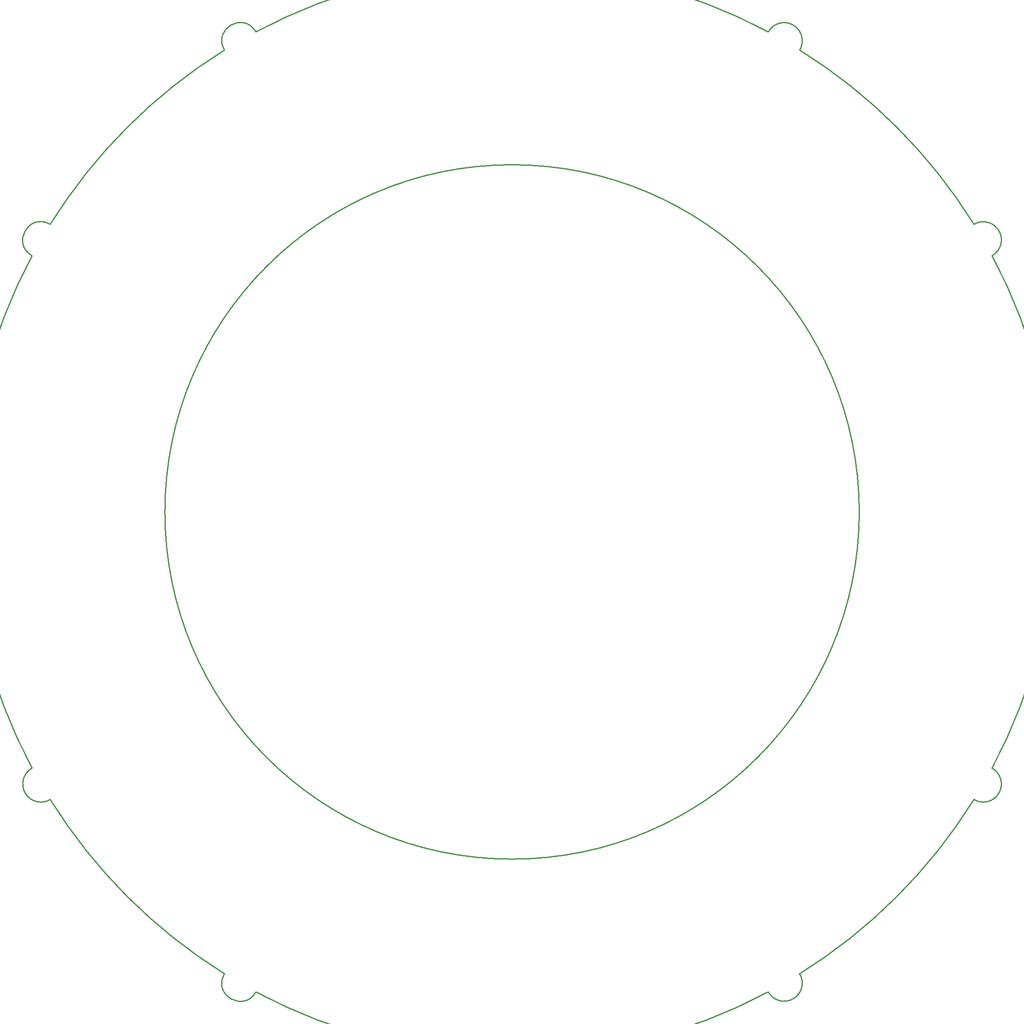
<source format=gm1>
G04 Layer_Color=16711935*
%FSLAX42Y42*%
%MOMM*%
G71*
G01*
G75*
%ADD304C,0.25*%
D304*
X-5550Y8913D02*
G03*
X-8913Y5550I5550J-8913D01*
G01*
X-9263Y4944D02*
G03*
X-9263Y-4944I9263J-4944D01*
G01*
X4944Y9263D02*
G03*
X-4944Y9263I-4944J-9263D01*
G01*
X8913Y5550D02*
G03*
X5550Y8913I-8913J-5550D01*
G01*
X9263Y-4944D02*
G03*
X9263Y4944I-9263J4944D01*
G01*
X5550Y-8913D02*
G03*
X8905Y-5564I-5550J8913D01*
G01*
X-4944Y-9263D02*
G03*
X4944Y-9263I4944J9263D01*
G01*
X-8913Y-5550D02*
G03*
X-5550Y-8913I8913J5550D01*
G01*
X9263Y4944D02*
G03*
X8913Y5550I-170J306D01*
G01*
X8910Y-5548D02*
G03*
X9260Y-4942I183J298D01*
G01*
X4944Y-9263D02*
G03*
X5548Y-8910I306J170D01*
G01*
X-5556Y-8924D02*
G03*
X-4944Y-9263I306J-169D01*
G01*
X-9263Y-4944D02*
G03*
X-8913Y-5550I170J-306D01*
G01*
X-8924Y5556D02*
G03*
X-9263Y4944I-169J-306D01*
G01*
X-4949Y9271D02*
G03*
X-5556Y8924I-301J-178D01*
G01*
X5550Y8913D02*
G03*
X4944Y9263I-300J180D01*
G01*
X6700Y0D02*
G03*
X6700Y0I-6700J0D01*
G01*
M02*

</source>
